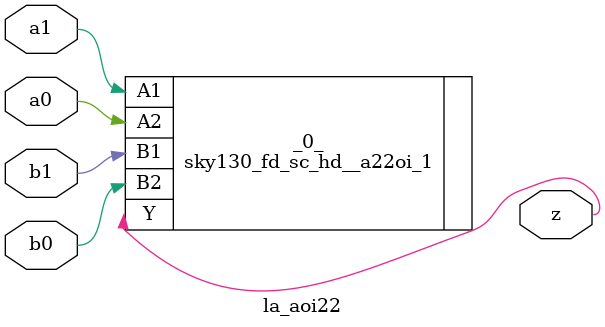
<source format=v>
/* Generated by Yosys 0.37 (git sha1 a5c7f69ed, clang 14.0.0-1ubuntu1.1 -fPIC -Os) */

module la_aoi22(a0, a1, b0, b1, z);
  input a0;
  wire a0;
  input a1;
  wire a1;
  input b0;
  wire b0;
  input b1;
  wire b1;
  output z;
  wire z;
  sky130_fd_sc_hd__a22oi_1 _0_ (
    .A1(a1),
    .A2(a0),
    .B1(b1),
    .B2(b0),
    .Y(z)
  );
endmodule

</source>
